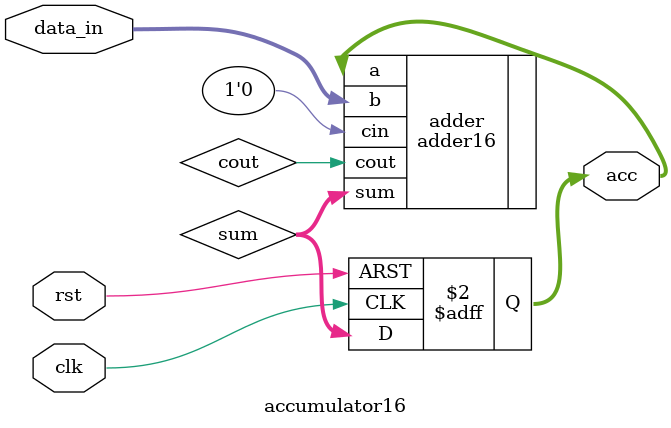
<source format=sv>
module accumulator16(
    input logic clk, rst,
    input logic [15:0] data_in,
    output logic [15:0] acc
);
    logic [15:0] sum;
    logic cout;

    adder16 adder(
        .a(acc),
        .b(data_in),
        .cin(1'b0),
        .sum(sum),
        .cout(cout)
    );

    always_ff @(posedge clk or posedge rst) begin
        if (rst)
            acc <= 16'd0;
        else
            acc <= sum; // update accumulator
    end
endmodule

</source>
